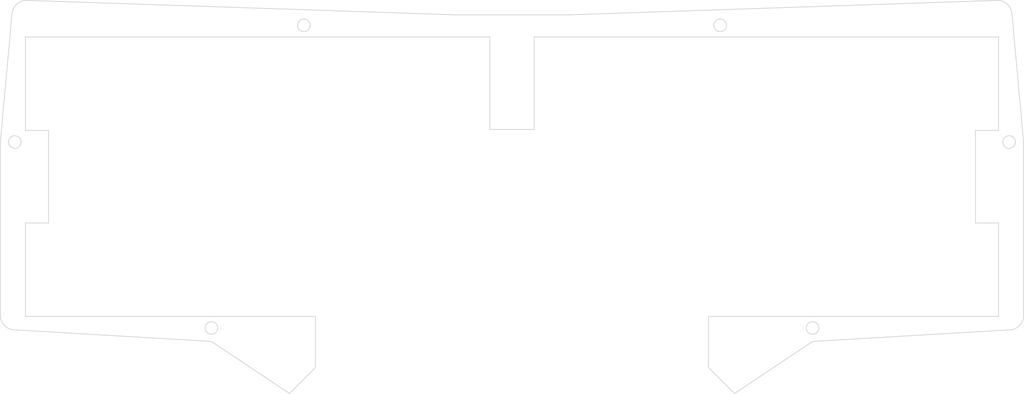
<source format=kicad_pcb>
(kicad_pcb (version 20171130) (host pcbnew "(5.0.0)")

  (general
    (thickness 1.6)
    (drawings 42)
    (tracks 0)
    (zones 0)
    (modules 0)
    (nets 1)
  )

  (page A3)
  (title_block
    (title Treadstone32)
    (date 2019-03-23)
    (rev 0.1)
    (company marksard)
  )

  (layers
    (0 F.Cu signal)
    (31 B.Cu signal)
    (32 B.Adhes user)
    (33 F.Adhes user)
    (34 B.Paste user)
    (35 F.Paste user)
    (36 B.SilkS user)
    (37 F.SilkS user)
    (38 B.Mask user)
    (39 F.Mask user)
    (40 Dwgs.User user)
    (41 Cmts.User user)
    (42 Eco1.User user)
    (43 Eco2.User user)
    (44 Edge.Cuts user)
    (45 Margin user)
    (46 B.CrtYd user)
    (47 F.CrtYd user)
    (48 B.Fab user)
    (49 F.Fab user)
  )

  (setup
    (last_trace_width 0.25)
    (user_trace_width 0.5)
    (trace_clearance 0.2)
    (zone_clearance 0.508)
    (zone_45_only no)
    (trace_min 0.2)
    (segment_width 0.4)
    (edge_width 0.15)
    (via_size 0.6)
    (via_drill 0.4)
    (via_min_size 0.4)
    (via_min_drill 0.3)
    (uvia_size 0.3)
    (uvia_drill 0.1)
    (uvias_allowed no)
    (uvia_min_size 0.2)
    (uvia_min_drill 0.1)
    (pcb_text_width 0.3)
    (pcb_text_size 1.5 1.5)
    (mod_edge_width 0.15)
    (mod_text_size 1 1)
    (mod_text_width 0.15)
    (pad_size 4 4)
    (pad_drill 4)
    (pad_to_mask_clearance 0.2)
    (aux_axis_origin 62.43986 133.879)
    (grid_origin 62.43986 133.879)
    (visible_elements 7FFFFFFF)
    (pcbplotparams
      (layerselection 0x010f0_ffffffff)
      (usegerberextensions true)
      (usegerberattributes false)
      (usegerberadvancedattributes false)
      (creategerberjobfile false)
      (excludeedgelayer true)
      (linewidth 0.100000)
      (plotframeref false)
      (viasonmask true)
      (mode 1)
      (useauxorigin false)
      (hpglpennumber 1)
      (hpglpenspeed 20)
      (hpglpendiameter 15.000000)
      (psnegative false)
      (psa4output false)
      (plotreference true)
      (plotvalue false)
      (plotinvisibletext false)
      (padsonsilk false)
      (subtractmaskfromsilk false)
      (outputformat 1)
      (mirror false)
      (drillshape 0)
      (scaleselection 1)
      (outputdirectory "garber_plate/"))
  )

  (net 0 "")

  (net_class Default "これはデフォルトのネット クラスです。"
    (clearance 0.2)
    (trace_width 0.25)
    (via_dia 0.6)
    (via_drill 0.4)
    (uvia_dia 0.3)
    (uvia_drill 0.1)
  )

  (gr_line (start 246.39065 130.90245) (end 241.03286 125.54466) (layer Edge.Cuts) (width 0.15) (tstamp 5CDA693A))
  (gr_line (start 154.71291 130.90245) (end 160.0707 125.54466) (layer Edge.Cuts) (width 0.15))
  (gr_circle (center 98.15846 79.11048) (end 99.45846 79.11048) (layer Edge.Cuts) (width 0.15) (tstamp 5CDA6652))
  (gr_circle (center 262.46402 117.41032) (end 263.76402 117.41032) (layer Edge.Cuts) (width 0.15) (tstamp 5CDA675A))
  (gr_circle (center 138.63954 117.41032) (end 139.93954 117.41032) (layer Edge.Cuts) (width 0.15) (tstamp 5CDA675A))
  (gr_circle (center 157.68946 55.09808) (end 158.98946 55.09808) (layer Edge.Cuts) (width 0.15) (tstamp 5CDA675A))
  (gr_circle (center 243.4141 55.09808) (end 244.7141 55.09808) (layer Edge.Cuts) (width 0.15) (tstamp 5CDA675A))
  (gr_circle (center 302.9451 79.11048) (end 304.2451 79.11048) (layer Edge.Cuts) (width 0.15) (tstamp 5CDA675A))
  (gr_line (start 246.39065 130.90245) (end 262.46283 120.18694) (layer Edge.Cuts) (width 0.15))
  (gr_line (start 154.71291 130.90245) (end 138.63954 120.18687) (layer Edge.Cuts) (width 0.15))
  (gr_line (start 205.11906 76.52732) (end 205.11906 57.47676) (layer Edge.Cuts) (width 0.15))
  (gr_line (start 195.99378 76.52732) (end 205.11906 76.52732) (layer Edge.Cuts) (width 0.15))
  (gr_line (start 195.99378 57.47676) (end 195.99378 76.52732) (layer Edge.Cuts) (width 0.15))
  (gr_line (start 212.46302 52.91412) (end 188.64982 52.91412) (layer Edge.Cuts) (width 0.15))
  (gr_line (start 300.77186 76.72732) (end 300.77186 57.47676) (layer Edge.Cuts) (width 0.15))
  (gr_line (start 296.00922 76.72732) (end 300.77186 76.72732) (layer Edge.Cuts) (width 0.15))
  (gr_line (start 296.00922 95.77788) (end 296.00922 76.72732) (layer Edge.Cuts) (width 0.15))
  (gr_line (start 300.77186 95.77788) (end 296.00922 95.77788) (layer Edge.Cuts) (width 0.15))
  (gr_line (start 300.77186 115.02844) (end 300.77186 95.77788) (layer Edge.Cuts) (width 0.15))
  (gr_line (start 300.77186 57.47676) (end 205.11906 57.47676) (layer Edge.Cuts) (width 0.15))
  (gr_line (start 241.03886 115.02844) (end 241.03286 125.54466) (layer Edge.Cuts) (width 0.15))
  (gr_line (start 300.77186 115.02844) (end 241.03886 115.02844) (layer Edge.Cuts) (width 0.15))
  (gr_line (start 160.07398 115.02844) (end 160.0707 125.54466) (layer Edge.Cuts) (width 0.15))
  (gr_line (start 100.34098 115.02844) (end 160.07398 115.02844) (layer Edge.Cuts) (width 0.15))
  (gr_line (start 100.34098 95.77788) (end 100.34098 115.02844) (layer Edge.Cuts) (width 0.15))
  (gr_line (start 105.10362 95.77788) (end 100.34098 95.77788) (layer Edge.Cuts) (width 0.15))
  (gr_line (start 105.10362 76.72732) (end 105.10362 95.77788) (layer Edge.Cuts) (width 0.15))
  (gr_line (start 100.34098 76.72732) (end 105.10362 76.72732) (layer Edge.Cuts) (width 0.15))
  (gr_line (start 100.34098 57.47676) (end 100.34098 76.72732) (layer Edge.Cuts) (width 0.15))
  (gr_line (start 100.34098 57.47676) (end 195.99378 57.47676) (layer Edge.Cuts) (width 0.15))
  (gr_line (start 302.9451 117.80563) (end 262.46283 120.18694) (layer Edge.Cuts) (width 0.15))
  (gr_arc (start 302.95217 114.82852) (end 302.9451 117.80563) (angle -90.13606498) (layer Edge.Cuts) (width 0.15))
  (gr_line (start 98.15727 117.80556) (end 138.63954 120.18687) (layer Edge.Cuts) (width 0.15))
  (gr_arc (start 98.15951 114.82852) (end 95.18191 114.82908) (angle -89.96903919) (layer Edge.Cuts) (width 0.15))
  (gr_arc (start 300.57086 52.91446) (end 303.54041 52.91684) (angle -90.04592074) (layer Edge.Cuts) (width 0.15))
  (gr_arc (start 100.54082 52.91446) (end 100.5397 49.94029) (angle -89.97842381) (layer Edge.Cuts) (width 0.15))
  (gr_line (start 212.45798 52.91684) (end 300.56645 49.94022) (layer Edge.Cuts) (width 0.15))
  (gr_line (start 100.54082 49.94029) (end 188.64558 52.91684) (layer Edge.Cuts) (width 0.15))
  (gr_line (start 95.18191 79.10887) (end 97.56322 52.91446) (layer Edge.Cuts) (width 0.15))
  (gr_line (start 95.18191 114.82852) (end 95.18191 79.10887) (layer Edge.Cuts) (width 0.15))
  (gr_line (start 305.92165 79.10887) (end 303.54034 52.91446) (layer Edge.Cuts) (width 0.15))
  (gr_line (start 305.92165 114.82852) (end 305.92165 79.10887) (layer Edge.Cuts) (width 0.15))

)

</source>
